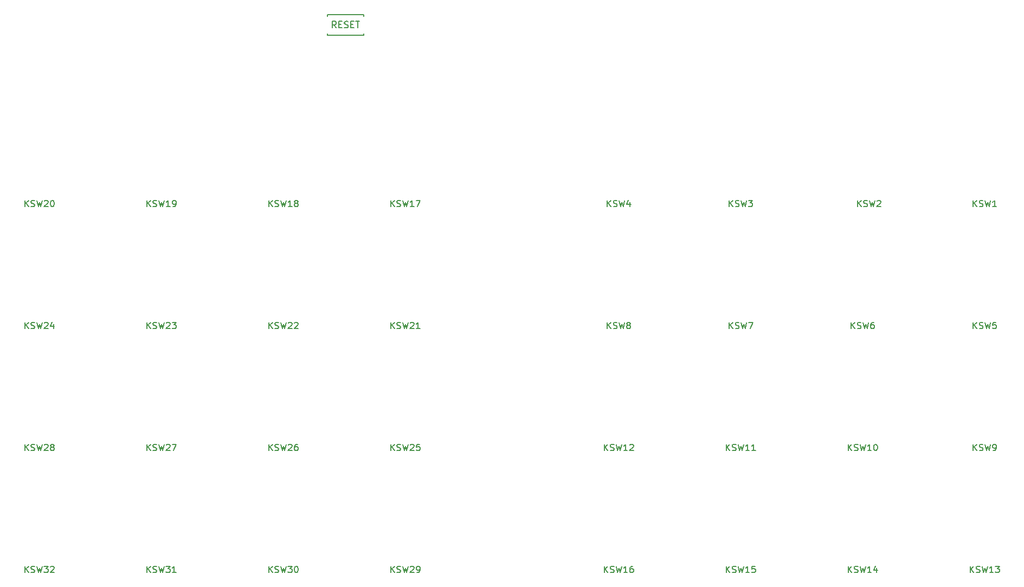
<source format=gbr>
%TF.GenerationSoftware,KiCad,Pcbnew,(6.0.1)*%
%TF.CreationDate,2022-06-19T08:49:54+09:00*%
%TF.ProjectId,yuiop32dm-main,7975696f-7033-4326-946d-2d6d61696e2e,1*%
%TF.SameCoordinates,Original*%
%TF.FileFunction,Legend,Top*%
%TF.FilePolarity,Positive*%
%FSLAX46Y46*%
G04 Gerber Fmt 4.6, Leading zero omitted, Abs format (unit mm)*
G04 Created by KiCad (PCBNEW (6.0.1)) date 2022-06-19 08:49:54*
%MOMM*%
%LPD*%
G01*
G04 APERTURE LIST*
%ADD10C,0.150000*%
G04 APERTURE END LIST*
D10*
%TO.C,KSW14*%
X202506845Y-120552380D02*
X202506845Y-119552380D01*
X203078273Y-120552380D02*
X202649702Y-119980952D01*
X203078273Y-119552380D02*
X202506845Y-120123809D01*
X203459226Y-120504761D02*
X203602083Y-120552380D01*
X203840178Y-120552380D01*
X203935416Y-120504761D01*
X203983035Y-120457142D01*
X204030654Y-120361904D01*
X204030654Y-120266666D01*
X203983035Y-120171428D01*
X203935416Y-120123809D01*
X203840178Y-120076190D01*
X203649702Y-120028571D01*
X203554464Y-119980952D01*
X203506845Y-119933333D01*
X203459226Y-119838095D01*
X203459226Y-119742857D01*
X203506845Y-119647619D01*
X203554464Y-119600000D01*
X203649702Y-119552380D01*
X203887797Y-119552380D01*
X204030654Y-119600000D01*
X204363988Y-119552380D02*
X204602083Y-120552380D01*
X204792559Y-119838095D01*
X204983035Y-120552380D01*
X205221130Y-119552380D01*
X206125892Y-120552380D02*
X205554464Y-120552380D01*
X205840178Y-120552380D02*
X205840178Y-119552380D01*
X205744940Y-119695238D01*
X205649702Y-119790476D01*
X205554464Y-119838095D01*
X206983035Y-119885714D02*
X206983035Y-120552380D01*
X206744940Y-119504761D02*
X206506845Y-120219047D01*
X207125892Y-120219047D01*
%TO.C,KSW8*%
X164883035Y-82452380D02*
X164883035Y-81452380D01*
X165454464Y-82452380D02*
X165025892Y-81880952D01*
X165454464Y-81452380D02*
X164883035Y-82023809D01*
X165835416Y-82404761D02*
X165978273Y-82452380D01*
X166216369Y-82452380D01*
X166311607Y-82404761D01*
X166359226Y-82357142D01*
X166406845Y-82261904D01*
X166406845Y-82166666D01*
X166359226Y-82071428D01*
X166311607Y-82023809D01*
X166216369Y-81976190D01*
X166025892Y-81928571D01*
X165930654Y-81880952D01*
X165883035Y-81833333D01*
X165835416Y-81738095D01*
X165835416Y-81642857D01*
X165883035Y-81547619D01*
X165930654Y-81500000D01*
X166025892Y-81452380D01*
X166263988Y-81452380D01*
X166406845Y-81500000D01*
X166740178Y-81452380D02*
X166978273Y-82452380D01*
X167168750Y-81738095D01*
X167359226Y-82452380D01*
X167597321Y-81452380D01*
X168121130Y-81880952D02*
X168025892Y-81833333D01*
X167978273Y-81785714D01*
X167930654Y-81690476D01*
X167930654Y-81642857D01*
X167978273Y-81547619D01*
X168025892Y-81500000D01*
X168121130Y-81452380D01*
X168311607Y-81452380D01*
X168406845Y-81500000D01*
X168454464Y-81547619D01*
X168502083Y-81642857D01*
X168502083Y-81690476D01*
X168454464Y-81785714D01*
X168406845Y-81833333D01*
X168311607Y-81880952D01*
X168121130Y-81880952D01*
X168025892Y-81928571D01*
X167978273Y-81976190D01*
X167930654Y-82071428D01*
X167930654Y-82261904D01*
X167978273Y-82357142D01*
X168025892Y-82404761D01*
X168121130Y-82452380D01*
X168311607Y-82452380D01*
X168406845Y-82404761D01*
X168454464Y-82357142D01*
X168502083Y-82261904D01*
X168502083Y-82071428D01*
X168454464Y-81976190D01*
X168406845Y-81928571D01*
X168311607Y-81880952D01*
%TO.C,KSW9*%
X222033035Y-101502380D02*
X222033035Y-100502380D01*
X222604464Y-101502380D02*
X222175892Y-100930952D01*
X222604464Y-100502380D02*
X222033035Y-101073809D01*
X222985416Y-101454761D02*
X223128273Y-101502380D01*
X223366369Y-101502380D01*
X223461607Y-101454761D01*
X223509226Y-101407142D01*
X223556845Y-101311904D01*
X223556845Y-101216666D01*
X223509226Y-101121428D01*
X223461607Y-101073809D01*
X223366369Y-101026190D01*
X223175892Y-100978571D01*
X223080654Y-100930952D01*
X223033035Y-100883333D01*
X222985416Y-100788095D01*
X222985416Y-100692857D01*
X223033035Y-100597619D01*
X223080654Y-100550000D01*
X223175892Y-100502380D01*
X223413988Y-100502380D01*
X223556845Y-100550000D01*
X223890178Y-100502380D02*
X224128273Y-101502380D01*
X224318750Y-100788095D01*
X224509226Y-101502380D01*
X224747321Y-100502380D01*
X225175892Y-101502380D02*
X225366369Y-101502380D01*
X225461607Y-101454761D01*
X225509226Y-101407142D01*
X225604464Y-101264285D01*
X225652083Y-101073809D01*
X225652083Y-100692857D01*
X225604464Y-100597619D01*
X225556845Y-100550000D01*
X225461607Y-100502380D01*
X225271130Y-100502380D01*
X225175892Y-100550000D01*
X225128273Y-100597619D01*
X225080654Y-100692857D01*
X225080654Y-100930952D01*
X225128273Y-101026190D01*
X225175892Y-101073809D01*
X225271130Y-101121428D01*
X225461607Y-101121428D01*
X225556845Y-101073809D01*
X225604464Y-101026190D01*
X225652083Y-100930952D01*
%TO.C,KSW5*%
X222033035Y-82452380D02*
X222033035Y-81452380D01*
X222604464Y-82452380D02*
X222175892Y-81880952D01*
X222604464Y-81452380D02*
X222033035Y-82023809D01*
X222985416Y-82404761D02*
X223128273Y-82452380D01*
X223366369Y-82452380D01*
X223461607Y-82404761D01*
X223509226Y-82357142D01*
X223556845Y-82261904D01*
X223556845Y-82166666D01*
X223509226Y-82071428D01*
X223461607Y-82023809D01*
X223366369Y-81976190D01*
X223175892Y-81928571D01*
X223080654Y-81880952D01*
X223033035Y-81833333D01*
X222985416Y-81738095D01*
X222985416Y-81642857D01*
X223033035Y-81547619D01*
X223080654Y-81500000D01*
X223175892Y-81452380D01*
X223413988Y-81452380D01*
X223556845Y-81500000D01*
X223890178Y-81452380D02*
X224128273Y-82452380D01*
X224318750Y-81738095D01*
X224509226Y-82452380D01*
X224747321Y-81452380D01*
X225604464Y-81452380D02*
X225128273Y-81452380D01*
X225080654Y-81928571D01*
X225128273Y-81880952D01*
X225223511Y-81833333D01*
X225461607Y-81833333D01*
X225556845Y-81880952D01*
X225604464Y-81928571D01*
X225652083Y-82023809D01*
X225652083Y-82261904D01*
X225604464Y-82357142D01*
X225556845Y-82404761D01*
X225461607Y-82452380D01*
X225223511Y-82452380D01*
X225128273Y-82404761D01*
X225080654Y-82357142D01*
%TO.C,RSW1*%
X122547619Y-35452380D02*
X122214285Y-34976190D01*
X121976190Y-35452380D02*
X121976190Y-34452380D01*
X122357142Y-34452380D01*
X122452380Y-34500000D01*
X122500000Y-34547619D01*
X122547619Y-34642857D01*
X122547619Y-34785714D01*
X122500000Y-34880952D01*
X122452380Y-34928571D01*
X122357142Y-34976190D01*
X121976190Y-34976190D01*
X122976190Y-34928571D02*
X123309523Y-34928571D01*
X123452380Y-35452380D02*
X122976190Y-35452380D01*
X122976190Y-34452380D01*
X123452380Y-34452380D01*
X123833333Y-35404761D02*
X123976190Y-35452380D01*
X124214285Y-35452380D01*
X124309523Y-35404761D01*
X124357142Y-35357142D01*
X124404761Y-35261904D01*
X124404761Y-35166666D01*
X124357142Y-35071428D01*
X124309523Y-35023809D01*
X124214285Y-34976190D01*
X124023809Y-34928571D01*
X123928571Y-34880952D01*
X123880952Y-34833333D01*
X123833333Y-34738095D01*
X123833333Y-34642857D01*
X123880952Y-34547619D01*
X123928571Y-34500000D01*
X124023809Y-34452380D01*
X124261904Y-34452380D01*
X124404761Y-34500000D01*
X124833333Y-34928571D02*
X125166666Y-34928571D01*
X125309523Y-35452380D02*
X124833333Y-35452380D01*
X124833333Y-34452380D01*
X125309523Y-34452380D01*
X125595238Y-34452380D02*
X126166666Y-34452380D01*
X125880952Y-35452380D02*
X125880952Y-34452380D01*
%TO.C,KSW3*%
X183933035Y-63402380D02*
X183933035Y-62402380D01*
X184504464Y-63402380D02*
X184075892Y-62830952D01*
X184504464Y-62402380D02*
X183933035Y-62973809D01*
X184885416Y-63354761D02*
X185028273Y-63402380D01*
X185266369Y-63402380D01*
X185361607Y-63354761D01*
X185409226Y-63307142D01*
X185456845Y-63211904D01*
X185456845Y-63116666D01*
X185409226Y-63021428D01*
X185361607Y-62973809D01*
X185266369Y-62926190D01*
X185075892Y-62878571D01*
X184980654Y-62830952D01*
X184933035Y-62783333D01*
X184885416Y-62688095D01*
X184885416Y-62592857D01*
X184933035Y-62497619D01*
X184980654Y-62450000D01*
X185075892Y-62402380D01*
X185313988Y-62402380D01*
X185456845Y-62450000D01*
X185790178Y-62402380D02*
X186028273Y-63402380D01*
X186218750Y-62688095D01*
X186409226Y-63402380D01*
X186647321Y-62402380D01*
X186933035Y-62402380D02*
X187552083Y-62402380D01*
X187218750Y-62783333D01*
X187361607Y-62783333D01*
X187456845Y-62830952D01*
X187504464Y-62878571D01*
X187552083Y-62973809D01*
X187552083Y-63211904D01*
X187504464Y-63307142D01*
X187456845Y-63354761D01*
X187361607Y-63402380D01*
X187075892Y-63402380D01*
X186980654Y-63354761D01*
X186933035Y-63307142D01*
%TO.C,KSW26*%
X112019345Y-101502380D02*
X112019345Y-100502380D01*
X112590773Y-101502380D02*
X112162202Y-100930952D01*
X112590773Y-100502380D02*
X112019345Y-101073809D01*
X112971726Y-101454761D02*
X113114583Y-101502380D01*
X113352678Y-101502380D01*
X113447916Y-101454761D01*
X113495535Y-101407142D01*
X113543154Y-101311904D01*
X113543154Y-101216666D01*
X113495535Y-101121428D01*
X113447916Y-101073809D01*
X113352678Y-101026190D01*
X113162202Y-100978571D01*
X113066964Y-100930952D01*
X113019345Y-100883333D01*
X112971726Y-100788095D01*
X112971726Y-100692857D01*
X113019345Y-100597619D01*
X113066964Y-100550000D01*
X113162202Y-100502380D01*
X113400297Y-100502380D01*
X113543154Y-100550000D01*
X113876488Y-100502380D02*
X114114583Y-101502380D01*
X114305059Y-100788095D01*
X114495535Y-101502380D01*
X114733630Y-100502380D01*
X115066964Y-100597619D02*
X115114583Y-100550000D01*
X115209821Y-100502380D01*
X115447916Y-100502380D01*
X115543154Y-100550000D01*
X115590773Y-100597619D01*
X115638392Y-100692857D01*
X115638392Y-100788095D01*
X115590773Y-100930952D01*
X115019345Y-101502380D01*
X115638392Y-101502380D01*
X116495535Y-100502380D02*
X116305059Y-100502380D01*
X116209821Y-100550000D01*
X116162202Y-100597619D01*
X116066964Y-100740476D01*
X116019345Y-100930952D01*
X116019345Y-101311904D01*
X116066964Y-101407142D01*
X116114583Y-101454761D01*
X116209821Y-101502380D01*
X116400297Y-101502380D01*
X116495535Y-101454761D01*
X116543154Y-101407142D01*
X116590773Y-101311904D01*
X116590773Y-101073809D01*
X116543154Y-100978571D01*
X116495535Y-100930952D01*
X116400297Y-100883333D01*
X116209821Y-100883333D01*
X116114583Y-100930952D01*
X116066964Y-100978571D01*
X116019345Y-101073809D01*
%TO.C,KSW24*%
X73919345Y-82452380D02*
X73919345Y-81452380D01*
X74490773Y-82452380D02*
X74062202Y-81880952D01*
X74490773Y-81452380D02*
X73919345Y-82023809D01*
X74871726Y-82404761D02*
X75014583Y-82452380D01*
X75252678Y-82452380D01*
X75347916Y-82404761D01*
X75395535Y-82357142D01*
X75443154Y-82261904D01*
X75443154Y-82166666D01*
X75395535Y-82071428D01*
X75347916Y-82023809D01*
X75252678Y-81976190D01*
X75062202Y-81928571D01*
X74966964Y-81880952D01*
X74919345Y-81833333D01*
X74871726Y-81738095D01*
X74871726Y-81642857D01*
X74919345Y-81547619D01*
X74966964Y-81500000D01*
X75062202Y-81452380D01*
X75300297Y-81452380D01*
X75443154Y-81500000D01*
X75776488Y-81452380D02*
X76014583Y-82452380D01*
X76205059Y-81738095D01*
X76395535Y-82452380D01*
X76633630Y-81452380D01*
X76966964Y-81547619D02*
X77014583Y-81500000D01*
X77109821Y-81452380D01*
X77347916Y-81452380D01*
X77443154Y-81500000D01*
X77490773Y-81547619D01*
X77538392Y-81642857D01*
X77538392Y-81738095D01*
X77490773Y-81880952D01*
X76919345Y-82452380D01*
X77538392Y-82452380D01*
X78395535Y-81785714D02*
X78395535Y-82452380D01*
X78157440Y-81404761D02*
X77919345Y-82119047D01*
X78538392Y-82119047D01*
%TO.C,KSW15*%
X183456845Y-120552380D02*
X183456845Y-119552380D01*
X184028273Y-120552380D02*
X183599702Y-119980952D01*
X184028273Y-119552380D02*
X183456845Y-120123809D01*
X184409226Y-120504761D02*
X184552083Y-120552380D01*
X184790178Y-120552380D01*
X184885416Y-120504761D01*
X184933035Y-120457142D01*
X184980654Y-120361904D01*
X184980654Y-120266666D01*
X184933035Y-120171428D01*
X184885416Y-120123809D01*
X184790178Y-120076190D01*
X184599702Y-120028571D01*
X184504464Y-119980952D01*
X184456845Y-119933333D01*
X184409226Y-119838095D01*
X184409226Y-119742857D01*
X184456845Y-119647619D01*
X184504464Y-119600000D01*
X184599702Y-119552380D01*
X184837797Y-119552380D01*
X184980654Y-119600000D01*
X185313988Y-119552380D02*
X185552083Y-120552380D01*
X185742559Y-119838095D01*
X185933035Y-120552380D01*
X186171130Y-119552380D01*
X187075892Y-120552380D02*
X186504464Y-120552380D01*
X186790178Y-120552380D02*
X186790178Y-119552380D01*
X186694940Y-119695238D01*
X186599702Y-119790476D01*
X186504464Y-119838095D01*
X187980654Y-119552380D02*
X187504464Y-119552380D01*
X187456845Y-120028571D01*
X187504464Y-119980952D01*
X187599702Y-119933333D01*
X187837797Y-119933333D01*
X187933035Y-119980952D01*
X187980654Y-120028571D01*
X188028273Y-120123809D01*
X188028273Y-120361904D01*
X187980654Y-120457142D01*
X187933035Y-120504761D01*
X187837797Y-120552380D01*
X187599702Y-120552380D01*
X187504464Y-120504761D01*
X187456845Y-120457142D01*
%TO.C,KSW29*%
X131069345Y-120552380D02*
X131069345Y-119552380D01*
X131640773Y-120552380D02*
X131212202Y-119980952D01*
X131640773Y-119552380D02*
X131069345Y-120123809D01*
X132021726Y-120504761D02*
X132164583Y-120552380D01*
X132402678Y-120552380D01*
X132497916Y-120504761D01*
X132545535Y-120457142D01*
X132593154Y-120361904D01*
X132593154Y-120266666D01*
X132545535Y-120171428D01*
X132497916Y-120123809D01*
X132402678Y-120076190D01*
X132212202Y-120028571D01*
X132116964Y-119980952D01*
X132069345Y-119933333D01*
X132021726Y-119838095D01*
X132021726Y-119742857D01*
X132069345Y-119647619D01*
X132116964Y-119600000D01*
X132212202Y-119552380D01*
X132450297Y-119552380D01*
X132593154Y-119600000D01*
X132926488Y-119552380D02*
X133164583Y-120552380D01*
X133355059Y-119838095D01*
X133545535Y-120552380D01*
X133783630Y-119552380D01*
X134116964Y-119647619D02*
X134164583Y-119600000D01*
X134259821Y-119552380D01*
X134497916Y-119552380D01*
X134593154Y-119600000D01*
X134640773Y-119647619D01*
X134688392Y-119742857D01*
X134688392Y-119838095D01*
X134640773Y-119980952D01*
X134069345Y-120552380D01*
X134688392Y-120552380D01*
X135164583Y-120552380D02*
X135355059Y-120552380D01*
X135450297Y-120504761D01*
X135497916Y-120457142D01*
X135593154Y-120314285D01*
X135640773Y-120123809D01*
X135640773Y-119742857D01*
X135593154Y-119647619D01*
X135545535Y-119600000D01*
X135450297Y-119552380D01*
X135259821Y-119552380D01*
X135164583Y-119600000D01*
X135116964Y-119647619D01*
X135069345Y-119742857D01*
X135069345Y-119980952D01*
X135116964Y-120076190D01*
X135164583Y-120123809D01*
X135259821Y-120171428D01*
X135450297Y-120171428D01*
X135545535Y-120123809D01*
X135593154Y-120076190D01*
X135640773Y-119980952D01*
%TO.C,KSW23*%
X92969345Y-82452380D02*
X92969345Y-81452380D01*
X93540773Y-82452380D02*
X93112202Y-81880952D01*
X93540773Y-81452380D02*
X92969345Y-82023809D01*
X93921726Y-82404761D02*
X94064583Y-82452380D01*
X94302678Y-82452380D01*
X94397916Y-82404761D01*
X94445535Y-82357142D01*
X94493154Y-82261904D01*
X94493154Y-82166666D01*
X94445535Y-82071428D01*
X94397916Y-82023809D01*
X94302678Y-81976190D01*
X94112202Y-81928571D01*
X94016964Y-81880952D01*
X93969345Y-81833333D01*
X93921726Y-81738095D01*
X93921726Y-81642857D01*
X93969345Y-81547619D01*
X94016964Y-81500000D01*
X94112202Y-81452380D01*
X94350297Y-81452380D01*
X94493154Y-81500000D01*
X94826488Y-81452380D02*
X95064583Y-82452380D01*
X95255059Y-81738095D01*
X95445535Y-82452380D01*
X95683630Y-81452380D01*
X96016964Y-81547619D02*
X96064583Y-81500000D01*
X96159821Y-81452380D01*
X96397916Y-81452380D01*
X96493154Y-81500000D01*
X96540773Y-81547619D01*
X96588392Y-81642857D01*
X96588392Y-81738095D01*
X96540773Y-81880952D01*
X95969345Y-82452380D01*
X96588392Y-82452380D01*
X96921726Y-81452380D02*
X97540773Y-81452380D01*
X97207440Y-81833333D01*
X97350297Y-81833333D01*
X97445535Y-81880952D01*
X97493154Y-81928571D01*
X97540773Y-82023809D01*
X97540773Y-82261904D01*
X97493154Y-82357142D01*
X97445535Y-82404761D01*
X97350297Y-82452380D01*
X97064583Y-82452380D01*
X96969345Y-82404761D01*
X96921726Y-82357142D01*
%TO.C,KSW21*%
X131069345Y-82452380D02*
X131069345Y-81452380D01*
X131640773Y-82452380D02*
X131212202Y-81880952D01*
X131640773Y-81452380D02*
X131069345Y-82023809D01*
X132021726Y-82404761D02*
X132164583Y-82452380D01*
X132402678Y-82452380D01*
X132497916Y-82404761D01*
X132545535Y-82357142D01*
X132593154Y-82261904D01*
X132593154Y-82166666D01*
X132545535Y-82071428D01*
X132497916Y-82023809D01*
X132402678Y-81976190D01*
X132212202Y-81928571D01*
X132116964Y-81880952D01*
X132069345Y-81833333D01*
X132021726Y-81738095D01*
X132021726Y-81642857D01*
X132069345Y-81547619D01*
X132116964Y-81500000D01*
X132212202Y-81452380D01*
X132450297Y-81452380D01*
X132593154Y-81500000D01*
X132926488Y-81452380D02*
X133164583Y-82452380D01*
X133355059Y-81738095D01*
X133545535Y-82452380D01*
X133783630Y-81452380D01*
X134116964Y-81547619D02*
X134164583Y-81500000D01*
X134259821Y-81452380D01*
X134497916Y-81452380D01*
X134593154Y-81500000D01*
X134640773Y-81547619D01*
X134688392Y-81642857D01*
X134688392Y-81738095D01*
X134640773Y-81880952D01*
X134069345Y-82452380D01*
X134688392Y-82452380D01*
X135640773Y-82452380D02*
X135069345Y-82452380D01*
X135355059Y-82452380D02*
X135355059Y-81452380D01*
X135259821Y-81595238D01*
X135164583Y-81690476D01*
X135069345Y-81738095D01*
%TO.C,KSW19*%
X92969345Y-63402380D02*
X92969345Y-62402380D01*
X93540773Y-63402380D02*
X93112202Y-62830952D01*
X93540773Y-62402380D02*
X92969345Y-62973809D01*
X93921726Y-63354761D02*
X94064583Y-63402380D01*
X94302678Y-63402380D01*
X94397916Y-63354761D01*
X94445535Y-63307142D01*
X94493154Y-63211904D01*
X94493154Y-63116666D01*
X94445535Y-63021428D01*
X94397916Y-62973809D01*
X94302678Y-62926190D01*
X94112202Y-62878571D01*
X94016964Y-62830952D01*
X93969345Y-62783333D01*
X93921726Y-62688095D01*
X93921726Y-62592857D01*
X93969345Y-62497619D01*
X94016964Y-62450000D01*
X94112202Y-62402380D01*
X94350297Y-62402380D01*
X94493154Y-62450000D01*
X94826488Y-62402380D02*
X95064583Y-63402380D01*
X95255059Y-62688095D01*
X95445535Y-63402380D01*
X95683630Y-62402380D01*
X96588392Y-63402380D02*
X96016964Y-63402380D01*
X96302678Y-63402380D02*
X96302678Y-62402380D01*
X96207440Y-62545238D01*
X96112202Y-62640476D01*
X96016964Y-62688095D01*
X97064583Y-63402380D02*
X97255059Y-63402380D01*
X97350297Y-63354761D01*
X97397916Y-63307142D01*
X97493154Y-63164285D01*
X97540773Y-62973809D01*
X97540773Y-62592857D01*
X97493154Y-62497619D01*
X97445535Y-62450000D01*
X97350297Y-62402380D01*
X97159821Y-62402380D01*
X97064583Y-62450000D01*
X97016964Y-62497619D01*
X96969345Y-62592857D01*
X96969345Y-62830952D01*
X97016964Y-62926190D01*
X97064583Y-62973809D01*
X97159821Y-63021428D01*
X97350297Y-63021428D01*
X97445535Y-62973809D01*
X97493154Y-62926190D01*
X97540773Y-62830952D01*
%TO.C,KSW30*%
X112019345Y-120552380D02*
X112019345Y-119552380D01*
X112590773Y-120552380D02*
X112162202Y-119980952D01*
X112590773Y-119552380D02*
X112019345Y-120123809D01*
X112971726Y-120504761D02*
X113114583Y-120552380D01*
X113352678Y-120552380D01*
X113447916Y-120504761D01*
X113495535Y-120457142D01*
X113543154Y-120361904D01*
X113543154Y-120266666D01*
X113495535Y-120171428D01*
X113447916Y-120123809D01*
X113352678Y-120076190D01*
X113162202Y-120028571D01*
X113066964Y-119980952D01*
X113019345Y-119933333D01*
X112971726Y-119838095D01*
X112971726Y-119742857D01*
X113019345Y-119647619D01*
X113066964Y-119600000D01*
X113162202Y-119552380D01*
X113400297Y-119552380D01*
X113543154Y-119600000D01*
X113876488Y-119552380D02*
X114114583Y-120552380D01*
X114305059Y-119838095D01*
X114495535Y-120552380D01*
X114733630Y-119552380D01*
X115019345Y-119552380D02*
X115638392Y-119552380D01*
X115305059Y-119933333D01*
X115447916Y-119933333D01*
X115543154Y-119980952D01*
X115590773Y-120028571D01*
X115638392Y-120123809D01*
X115638392Y-120361904D01*
X115590773Y-120457142D01*
X115543154Y-120504761D01*
X115447916Y-120552380D01*
X115162202Y-120552380D01*
X115066964Y-120504761D01*
X115019345Y-120457142D01*
X116257440Y-119552380D02*
X116352678Y-119552380D01*
X116447916Y-119600000D01*
X116495535Y-119647619D01*
X116543154Y-119742857D01*
X116590773Y-119933333D01*
X116590773Y-120171428D01*
X116543154Y-120361904D01*
X116495535Y-120457142D01*
X116447916Y-120504761D01*
X116352678Y-120552380D01*
X116257440Y-120552380D01*
X116162202Y-120504761D01*
X116114583Y-120457142D01*
X116066964Y-120361904D01*
X116019345Y-120171428D01*
X116019345Y-119933333D01*
X116066964Y-119742857D01*
X116114583Y-119647619D01*
X116162202Y-119600000D01*
X116257440Y-119552380D01*
%TO.C,KSW20*%
X73919345Y-63402380D02*
X73919345Y-62402380D01*
X74490773Y-63402380D02*
X74062202Y-62830952D01*
X74490773Y-62402380D02*
X73919345Y-62973809D01*
X74871726Y-63354761D02*
X75014583Y-63402380D01*
X75252678Y-63402380D01*
X75347916Y-63354761D01*
X75395535Y-63307142D01*
X75443154Y-63211904D01*
X75443154Y-63116666D01*
X75395535Y-63021428D01*
X75347916Y-62973809D01*
X75252678Y-62926190D01*
X75062202Y-62878571D01*
X74966964Y-62830952D01*
X74919345Y-62783333D01*
X74871726Y-62688095D01*
X74871726Y-62592857D01*
X74919345Y-62497619D01*
X74966964Y-62450000D01*
X75062202Y-62402380D01*
X75300297Y-62402380D01*
X75443154Y-62450000D01*
X75776488Y-62402380D02*
X76014583Y-63402380D01*
X76205059Y-62688095D01*
X76395535Y-63402380D01*
X76633630Y-62402380D01*
X76966964Y-62497619D02*
X77014583Y-62450000D01*
X77109821Y-62402380D01*
X77347916Y-62402380D01*
X77443154Y-62450000D01*
X77490773Y-62497619D01*
X77538392Y-62592857D01*
X77538392Y-62688095D01*
X77490773Y-62830952D01*
X76919345Y-63402380D01*
X77538392Y-63402380D01*
X78157440Y-62402380D02*
X78252678Y-62402380D01*
X78347916Y-62450000D01*
X78395535Y-62497619D01*
X78443154Y-62592857D01*
X78490773Y-62783333D01*
X78490773Y-63021428D01*
X78443154Y-63211904D01*
X78395535Y-63307142D01*
X78347916Y-63354761D01*
X78252678Y-63402380D01*
X78157440Y-63402380D01*
X78062202Y-63354761D01*
X78014583Y-63307142D01*
X77966964Y-63211904D01*
X77919345Y-63021428D01*
X77919345Y-62783333D01*
X77966964Y-62592857D01*
X78014583Y-62497619D01*
X78062202Y-62450000D01*
X78157440Y-62402380D01*
%TO.C,KSW10*%
X202506845Y-101502380D02*
X202506845Y-100502380D01*
X203078273Y-101502380D02*
X202649702Y-100930952D01*
X203078273Y-100502380D02*
X202506845Y-101073809D01*
X203459226Y-101454761D02*
X203602083Y-101502380D01*
X203840178Y-101502380D01*
X203935416Y-101454761D01*
X203983035Y-101407142D01*
X204030654Y-101311904D01*
X204030654Y-101216666D01*
X203983035Y-101121428D01*
X203935416Y-101073809D01*
X203840178Y-101026190D01*
X203649702Y-100978571D01*
X203554464Y-100930952D01*
X203506845Y-100883333D01*
X203459226Y-100788095D01*
X203459226Y-100692857D01*
X203506845Y-100597619D01*
X203554464Y-100550000D01*
X203649702Y-100502380D01*
X203887797Y-100502380D01*
X204030654Y-100550000D01*
X204363988Y-100502380D02*
X204602083Y-101502380D01*
X204792559Y-100788095D01*
X204983035Y-101502380D01*
X205221130Y-100502380D01*
X206125892Y-101502380D02*
X205554464Y-101502380D01*
X205840178Y-101502380D02*
X205840178Y-100502380D01*
X205744940Y-100645238D01*
X205649702Y-100740476D01*
X205554464Y-100788095D01*
X206744940Y-100502380D02*
X206840178Y-100502380D01*
X206935416Y-100550000D01*
X206983035Y-100597619D01*
X207030654Y-100692857D01*
X207078273Y-100883333D01*
X207078273Y-101121428D01*
X207030654Y-101311904D01*
X206983035Y-101407142D01*
X206935416Y-101454761D01*
X206840178Y-101502380D01*
X206744940Y-101502380D01*
X206649702Y-101454761D01*
X206602083Y-101407142D01*
X206554464Y-101311904D01*
X206506845Y-101121428D01*
X206506845Y-100883333D01*
X206554464Y-100692857D01*
X206602083Y-100597619D01*
X206649702Y-100550000D01*
X206744940Y-100502380D01*
%TO.C,KSW7*%
X183933035Y-82452380D02*
X183933035Y-81452380D01*
X184504464Y-82452380D02*
X184075892Y-81880952D01*
X184504464Y-81452380D02*
X183933035Y-82023809D01*
X184885416Y-82404761D02*
X185028273Y-82452380D01*
X185266369Y-82452380D01*
X185361607Y-82404761D01*
X185409226Y-82357142D01*
X185456845Y-82261904D01*
X185456845Y-82166666D01*
X185409226Y-82071428D01*
X185361607Y-82023809D01*
X185266369Y-81976190D01*
X185075892Y-81928571D01*
X184980654Y-81880952D01*
X184933035Y-81833333D01*
X184885416Y-81738095D01*
X184885416Y-81642857D01*
X184933035Y-81547619D01*
X184980654Y-81500000D01*
X185075892Y-81452380D01*
X185313988Y-81452380D01*
X185456845Y-81500000D01*
X185790178Y-81452380D02*
X186028273Y-82452380D01*
X186218750Y-81738095D01*
X186409226Y-82452380D01*
X186647321Y-81452380D01*
X186933035Y-81452380D02*
X187599702Y-81452380D01*
X187171130Y-82452380D01*
%TO.C,KSW13*%
X221556845Y-120552380D02*
X221556845Y-119552380D01*
X222128273Y-120552380D02*
X221699702Y-119980952D01*
X222128273Y-119552380D02*
X221556845Y-120123809D01*
X222509226Y-120504761D02*
X222652083Y-120552380D01*
X222890178Y-120552380D01*
X222985416Y-120504761D01*
X223033035Y-120457142D01*
X223080654Y-120361904D01*
X223080654Y-120266666D01*
X223033035Y-120171428D01*
X222985416Y-120123809D01*
X222890178Y-120076190D01*
X222699702Y-120028571D01*
X222604464Y-119980952D01*
X222556845Y-119933333D01*
X222509226Y-119838095D01*
X222509226Y-119742857D01*
X222556845Y-119647619D01*
X222604464Y-119600000D01*
X222699702Y-119552380D01*
X222937797Y-119552380D01*
X223080654Y-119600000D01*
X223413988Y-119552380D02*
X223652083Y-120552380D01*
X223842559Y-119838095D01*
X224033035Y-120552380D01*
X224271130Y-119552380D01*
X225175892Y-120552380D02*
X224604464Y-120552380D01*
X224890178Y-120552380D02*
X224890178Y-119552380D01*
X224794940Y-119695238D01*
X224699702Y-119790476D01*
X224604464Y-119838095D01*
X225509226Y-119552380D02*
X226128273Y-119552380D01*
X225794940Y-119933333D01*
X225937797Y-119933333D01*
X226033035Y-119980952D01*
X226080654Y-120028571D01*
X226128273Y-120123809D01*
X226128273Y-120361904D01*
X226080654Y-120457142D01*
X226033035Y-120504761D01*
X225937797Y-120552380D01*
X225652083Y-120552380D01*
X225556845Y-120504761D01*
X225509226Y-120457142D01*
%TO.C,KSW18*%
X112019345Y-63402380D02*
X112019345Y-62402380D01*
X112590773Y-63402380D02*
X112162202Y-62830952D01*
X112590773Y-62402380D02*
X112019345Y-62973809D01*
X112971726Y-63354761D02*
X113114583Y-63402380D01*
X113352678Y-63402380D01*
X113447916Y-63354761D01*
X113495535Y-63307142D01*
X113543154Y-63211904D01*
X113543154Y-63116666D01*
X113495535Y-63021428D01*
X113447916Y-62973809D01*
X113352678Y-62926190D01*
X113162202Y-62878571D01*
X113066964Y-62830952D01*
X113019345Y-62783333D01*
X112971726Y-62688095D01*
X112971726Y-62592857D01*
X113019345Y-62497619D01*
X113066964Y-62450000D01*
X113162202Y-62402380D01*
X113400297Y-62402380D01*
X113543154Y-62450000D01*
X113876488Y-62402380D02*
X114114583Y-63402380D01*
X114305059Y-62688095D01*
X114495535Y-63402380D01*
X114733630Y-62402380D01*
X115638392Y-63402380D02*
X115066964Y-63402380D01*
X115352678Y-63402380D02*
X115352678Y-62402380D01*
X115257440Y-62545238D01*
X115162202Y-62640476D01*
X115066964Y-62688095D01*
X116209821Y-62830952D02*
X116114583Y-62783333D01*
X116066964Y-62735714D01*
X116019345Y-62640476D01*
X116019345Y-62592857D01*
X116066964Y-62497619D01*
X116114583Y-62450000D01*
X116209821Y-62402380D01*
X116400297Y-62402380D01*
X116495535Y-62450000D01*
X116543154Y-62497619D01*
X116590773Y-62592857D01*
X116590773Y-62640476D01*
X116543154Y-62735714D01*
X116495535Y-62783333D01*
X116400297Y-62830952D01*
X116209821Y-62830952D01*
X116114583Y-62878571D01*
X116066964Y-62926190D01*
X116019345Y-63021428D01*
X116019345Y-63211904D01*
X116066964Y-63307142D01*
X116114583Y-63354761D01*
X116209821Y-63402380D01*
X116400297Y-63402380D01*
X116495535Y-63354761D01*
X116543154Y-63307142D01*
X116590773Y-63211904D01*
X116590773Y-63021428D01*
X116543154Y-62926190D01*
X116495535Y-62878571D01*
X116400297Y-62830952D01*
%TO.C,KSW1*%
X222033035Y-63402380D02*
X222033035Y-62402380D01*
X222604464Y-63402380D02*
X222175892Y-62830952D01*
X222604464Y-62402380D02*
X222033035Y-62973809D01*
X222985416Y-63354761D02*
X223128273Y-63402380D01*
X223366369Y-63402380D01*
X223461607Y-63354761D01*
X223509226Y-63307142D01*
X223556845Y-63211904D01*
X223556845Y-63116666D01*
X223509226Y-63021428D01*
X223461607Y-62973809D01*
X223366369Y-62926190D01*
X223175892Y-62878571D01*
X223080654Y-62830952D01*
X223033035Y-62783333D01*
X222985416Y-62688095D01*
X222985416Y-62592857D01*
X223033035Y-62497619D01*
X223080654Y-62450000D01*
X223175892Y-62402380D01*
X223413988Y-62402380D01*
X223556845Y-62450000D01*
X223890178Y-62402380D02*
X224128273Y-63402380D01*
X224318750Y-62688095D01*
X224509226Y-63402380D01*
X224747321Y-62402380D01*
X225652083Y-63402380D02*
X225080654Y-63402380D01*
X225366369Y-63402380D02*
X225366369Y-62402380D01*
X225271130Y-62545238D01*
X225175892Y-62640476D01*
X225080654Y-62688095D01*
%TO.C,KSW4*%
X164883035Y-63402380D02*
X164883035Y-62402380D01*
X165454464Y-63402380D02*
X165025892Y-62830952D01*
X165454464Y-62402380D02*
X164883035Y-62973809D01*
X165835416Y-63354761D02*
X165978273Y-63402380D01*
X166216369Y-63402380D01*
X166311607Y-63354761D01*
X166359226Y-63307142D01*
X166406845Y-63211904D01*
X166406845Y-63116666D01*
X166359226Y-63021428D01*
X166311607Y-62973809D01*
X166216369Y-62926190D01*
X166025892Y-62878571D01*
X165930654Y-62830952D01*
X165883035Y-62783333D01*
X165835416Y-62688095D01*
X165835416Y-62592857D01*
X165883035Y-62497619D01*
X165930654Y-62450000D01*
X166025892Y-62402380D01*
X166263988Y-62402380D01*
X166406845Y-62450000D01*
X166740178Y-62402380D02*
X166978273Y-63402380D01*
X167168750Y-62688095D01*
X167359226Y-63402380D01*
X167597321Y-62402380D01*
X168406845Y-62735714D02*
X168406845Y-63402380D01*
X168168750Y-62354761D02*
X167930654Y-63069047D01*
X168549702Y-63069047D01*
%TO.C,KSW32*%
X73919345Y-120552380D02*
X73919345Y-119552380D01*
X74490773Y-120552380D02*
X74062202Y-119980952D01*
X74490773Y-119552380D02*
X73919345Y-120123809D01*
X74871726Y-120504761D02*
X75014583Y-120552380D01*
X75252678Y-120552380D01*
X75347916Y-120504761D01*
X75395535Y-120457142D01*
X75443154Y-120361904D01*
X75443154Y-120266666D01*
X75395535Y-120171428D01*
X75347916Y-120123809D01*
X75252678Y-120076190D01*
X75062202Y-120028571D01*
X74966964Y-119980952D01*
X74919345Y-119933333D01*
X74871726Y-119838095D01*
X74871726Y-119742857D01*
X74919345Y-119647619D01*
X74966964Y-119600000D01*
X75062202Y-119552380D01*
X75300297Y-119552380D01*
X75443154Y-119600000D01*
X75776488Y-119552380D02*
X76014583Y-120552380D01*
X76205059Y-119838095D01*
X76395535Y-120552380D01*
X76633630Y-119552380D01*
X76919345Y-119552380D02*
X77538392Y-119552380D01*
X77205059Y-119933333D01*
X77347916Y-119933333D01*
X77443154Y-119980952D01*
X77490773Y-120028571D01*
X77538392Y-120123809D01*
X77538392Y-120361904D01*
X77490773Y-120457142D01*
X77443154Y-120504761D01*
X77347916Y-120552380D01*
X77062202Y-120552380D01*
X76966964Y-120504761D01*
X76919345Y-120457142D01*
X77919345Y-119647619D02*
X77966964Y-119600000D01*
X78062202Y-119552380D01*
X78300297Y-119552380D01*
X78395535Y-119600000D01*
X78443154Y-119647619D01*
X78490773Y-119742857D01*
X78490773Y-119838095D01*
X78443154Y-119980952D01*
X77871726Y-120552380D01*
X78490773Y-120552380D01*
%TO.C,KSW31*%
X92969345Y-120552380D02*
X92969345Y-119552380D01*
X93540773Y-120552380D02*
X93112202Y-119980952D01*
X93540773Y-119552380D02*
X92969345Y-120123809D01*
X93921726Y-120504761D02*
X94064583Y-120552380D01*
X94302678Y-120552380D01*
X94397916Y-120504761D01*
X94445535Y-120457142D01*
X94493154Y-120361904D01*
X94493154Y-120266666D01*
X94445535Y-120171428D01*
X94397916Y-120123809D01*
X94302678Y-120076190D01*
X94112202Y-120028571D01*
X94016964Y-119980952D01*
X93969345Y-119933333D01*
X93921726Y-119838095D01*
X93921726Y-119742857D01*
X93969345Y-119647619D01*
X94016964Y-119600000D01*
X94112202Y-119552380D01*
X94350297Y-119552380D01*
X94493154Y-119600000D01*
X94826488Y-119552380D02*
X95064583Y-120552380D01*
X95255059Y-119838095D01*
X95445535Y-120552380D01*
X95683630Y-119552380D01*
X95969345Y-119552380D02*
X96588392Y-119552380D01*
X96255059Y-119933333D01*
X96397916Y-119933333D01*
X96493154Y-119980952D01*
X96540773Y-120028571D01*
X96588392Y-120123809D01*
X96588392Y-120361904D01*
X96540773Y-120457142D01*
X96493154Y-120504761D01*
X96397916Y-120552380D01*
X96112202Y-120552380D01*
X96016964Y-120504761D01*
X95969345Y-120457142D01*
X97540773Y-120552380D02*
X96969345Y-120552380D01*
X97255059Y-120552380D02*
X97255059Y-119552380D01*
X97159821Y-119695238D01*
X97064583Y-119790476D01*
X96969345Y-119838095D01*
%TO.C,KSW11*%
X183456845Y-101502380D02*
X183456845Y-100502380D01*
X184028273Y-101502380D02*
X183599702Y-100930952D01*
X184028273Y-100502380D02*
X183456845Y-101073809D01*
X184409226Y-101454761D02*
X184552083Y-101502380D01*
X184790178Y-101502380D01*
X184885416Y-101454761D01*
X184933035Y-101407142D01*
X184980654Y-101311904D01*
X184980654Y-101216666D01*
X184933035Y-101121428D01*
X184885416Y-101073809D01*
X184790178Y-101026190D01*
X184599702Y-100978571D01*
X184504464Y-100930952D01*
X184456845Y-100883333D01*
X184409226Y-100788095D01*
X184409226Y-100692857D01*
X184456845Y-100597619D01*
X184504464Y-100550000D01*
X184599702Y-100502380D01*
X184837797Y-100502380D01*
X184980654Y-100550000D01*
X185313988Y-100502380D02*
X185552083Y-101502380D01*
X185742559Y-100788095D01*
X185933035Y-101502380D01*
X186171130Y-100502380D01*
X187075892Y-101502380D02*
X186504464Y-101502380D01*
X186790178Y-101502380D02*
X186790178Y-100502380D01*
X186694940Y-100645238D01*
X186599702Y-100740476D01*
X186504464Y-100788095D01*
X188028273Y-101502380D02*
X187456845Y-101502380D01*
X187742559Y-101502380D02*
X187742559Y-100502380D01*
X187647321Y-100645238D01*
X187552083Y-100740476D01*
X187456845Y-100788095D01*
%TO.C,KSW2*%
X203983035Y-63402380D02*
X203983035Y-62402380D01*
X204554464Y-63402380D02*
X204125892Y-62830952D01*
X204554464Y-62402380D02*
X203983035Y-62973809D01*
X204935416Y-63354761D02*
X205078273Y-63402380D01*
X205316369Y-63402380D01*
X205411607Y-63354761D01*
X205459226Y-63307142D01*
X205506845Y-63211904D01*
X205506845Y-63116666D01*
X205459226Y-63021428D01*
X205411607Y-62973809D01*
X205316369Y-62926190D01*
X205125892Y-62878571D01*
X205030654Y-62830952D01*
X204983035Y-62783333D01*
X204935416Y-62688095D01*
X204935416Y-62592857D01*
X204983035Y-62497619D01*
X205030654Y-62450000D01*
X205125892Y-62402380D01*
X205363988Y-62402380D01*
X205506845Y-62450000D01*
X205840178Y-62402380D02*
X206078273Y-63402380D01*
X206268750Y-62688095D01*
X206459226Y-63402380D01*
X206697321Y-62402380D01*
X207030654Y-62497619D02*
X207078273Y-62450000D01*
X207173511Y-62402380D01*
X207411607Y-62402380D01*
X207506845Y-62450000D01*
X207554464Y-62497619D01*
X207602083Y-62592857D01*
X207602083Y-62688095D01*
X207554464Y-62830952D01*
X206983035Y-63402380D01*
X207602083Y-63402380D01*
%TO.C,KSW25*%
X131069345Y-101502380D02*
X131069345Y-100502380D01*
X131640773Y-101502380D02*
X131212202Y-100930952D01*
X131640773Y-100502380D02*
X131069345Y-101073809D01*
X132021726Y-101454761D02*
X132164583Y-101502380D01*
X132402678Y-101502380D01*
X132497916Y-101454761D01*
X132545535Y-101407142D01*
X132593154Y-101311904D01*
X132593154Y-101216666D01*
X132545535Y-101121428D01*
X132497916Y-101073809D01*
X132402678Y-101026190D01*
X132212202Y-100978571D01*
X132116964Y-100930952D01*
X132069345Y-100883333D01*
X132021726Y-100788095D01*
X132021726Y-100692857D01*
X132069345Y-100597619D01*
X132116964Y-100550000D01*
X132212202Y-100502380D01*
X132450297Y-100502380D01*
X132593154Y-100550000D01*
X132926488Y-100502380D02*
X133164583Y-101502380D01*
X133355059Y-100788095D01*
X133545535Y-101502380D01*
X133783630Y-100502380D01*
X134116964Y-100597619D02*
X134164583Y-100550000D01*
X134259821Y-100502380D01*
X134497916Y-100502380D01*
X134593154Y-100550000D01*
X134640773Y-100597619D01*
X134688392Y-100692857D01*
X134688392Y-100788095D01*
X134640773Y-100930952D01*
X134069345Y-101502380D01*
X134688392Y-101502380D01*
X135593154Y-100502380D02*
X135116964Y-100502380D01*
X135069345Y-100978571D01*
X135116964Y-100930952D01*
X135212202Y-100883333D01*
X135450297Y-100883333D01*
X135545535Y-100930952D01*
X135593154Y-100978571D01*
X135640773Y-101073809D01*
X135640773Y-101311904D01*
X135593154Y-101407142D01*
X135545535Y-101454761D01*
X135450297Y-101502380D01*
X135212202Y-101502380D01*
X135116964Y-101454761D01*
X135069345Y-101407142D01*
%TO.C,KSW27*%
X92969345Y-101502380D02*
X92969345Y-100502380D01*
X93540773Y-101502380D02*
X93112202Y-100930952D01*
X93540773Y-100502380D02*
X92969345Y-101073809D01*
X93921726Y-101454761D02*
X94064583Y-101502380D01*
X94302678Y-101502380D01*
X94397916Y-101454761D01*
X94445535Y-101407142D01*
X94493154Y-101311904D01*
X94493154Y-101216666D01*
X94445535Y-101121428D01*
X94397916Y-101073809D01*
X94302678Y-101026190D01*
X94112202Y-100978571D01*
X94016964Y-100930952D01*
X93969345Y-100883333D01*
X93921726Y-100788095D01*
X93921726Y-100692857D01*
X93969345Y-100597619D01*
X94016964Y-100550000D01*
X94112202Y-100502380D01*
X94350297Y-100502380D01*
X94493154Y-100550000D01*
X94826488Y-100502380D02*
X95064583Y-101502380D01*
X95255059Y-100788095D01*
X95445535Y-101502380D01*
X95683630Y-100502380D01*
X96016964Y-100597619D02*
X96064583Y-100550000D01*
X96159821Y-100502380D01*
X96397916Y-100502380D01*
X96493154Y-100550000D01*
X96540773Y-100597619D01*
X96588392Y-100692857D01*
X96588392Y-100788095D01*
X96540773Y-100930952D01*
X95969345Y-101502380D01*
X96588392Y-101502380D01*
X96921726Y-100502380D02*
X97588392Y-100502380D01*
X97159821Y-101502380D01*
%TO.C,KSW28*%
X73919345Y-101502380D02*
X73919345Y-100502380D01*
X74490773Y-101502380D02*
X74062202Y-100930952D01*
X74490773Y-100502380D02*
X73919345Y-101073809D01*
X74871726Y-101454761D02*
X75014583Y-101502380D01*
X75252678Y-101502380D01*
X75347916Y-101454761D01*
X75395535Y-101407142D01*
X75443154Y-101311904D01*
X75443154Y-101216666D01*
X75395535Y-101121428D01*
X75347916Y-101073809D01*
X75252678Y-101026190D01*
X75062202Y-100978571D01*
X74966964Y-100930952D01*
X74919345Y-100883333D01*
X74871726Y-100788095D01*
X74871726Y-100692857D01*
X74919345Y-100597619D01*
X74966964Y-100550000D01*
X75062202Y-100502380D01*
X75300297Y-100502380D01*
X75443154Y-100550000D01*
X75776488Y-100502380D02*
X76014583Y-101502380D01*
X76205059Y-100788095D01*
X76395535Y-101502380D01*
X76633630Y-100502380D01*
X76966964Y-100597619D02*
X77014583Y-100550000D01*
X77109821Y-100502380D01*
X77347916Y-100502380D01*
X77443154Y-100550000D01*
X77490773Y-100597619D01*
X77538392Y-100692857D01*
X77538392Y-100788095D01*
X77490773Y-100930952D01*
X76919345Y-101502380D01*
X77538392Y-101502380D01*
X78109821Y-100930952D02*
X78014583Y-100883333D01*
X77966964Y-100835714D01*
X77919345Y-100740476D01*
X77919345Y-100692857D01*
X77966964Y-100597619D01*
X78014583Y-100550000D01*
X78109821Y-100502380D01*
X78300297Y-100502380D01*
X78395535Y-100550000D01*
X78443154Y-100597619D01*
X78490773Y-100692857D01*
X78490773Y-100740476D01*
X78443154Y-100835714D01*
X78395535Y-100883333D01*
X78300297Y-100930952D01*
X78109821Y-100930952D01*
X78014583Y-100978571D01*
X77966964Y-101026190D01*
X77919345Y-101121428D01*
X77919345Y-101311904D01*
X77966964Y-101407142D01*
X78014583Y-101454761D01*
X78109821Y-101502380D01*
X78300297Y-101502380D01*
X78395535Y-101454761D01*
X78443154Y-101407142D01*
X78490773Y-101311904D01*
X78490773Y-101121428D01*
X78443154Y-101026190D01*
X78395535Y-100978571D01*
X78300297Y-100930952D01*
%TO.C,KSW12*%
X164406845Y-101502380D02*
X164406845Y-100502380D01*
X164978273Y-101502380D02*
X164549702Y-100930952D01*
X164978273Y-100502380D02*
X164406845Y-101073809D01*
X165359226Y-101454761D02*
X165502083Y-101502380D01*
X165740178Y-101502380D01*
X165835416Y-101454761D01*
X165883035Y-101407142D01*
X165930654Y-101311904D01*
X165930654Y-101216666D01*
X165883035Y-101121428D01*
X165835416Y-101073809D01*
X165740178Y-101026190D01*
X165549702Y-100978571D01*
X165454464Y-100930952D01*
X165406845Y-100883333D01*
X165359226Y-100788095D01*
X165359226Y-100692857D01*
X165406845Y-100597619D01*
X165454464Y-100550000D01*
X165549702Y-100502380D01*
X165787797Y-100502380D01*
X165930654Y-100550000D01*
X166263988Y-100502380D02*
X166502083Y-101502380D01*
X166692559Y-100788095D01*
X166883035Y-101502380D01*
X167121130Y-100502380D01*
X168025892Y-101502380D02*
X167454464Y-101502380D01*
X167740178Y-101502380D02*
X167740178Y-100502380D01*
X167644940Y-100645238D01*
X167549702Y-100740476D01*
X167454464Y-100788095D01*
X168406845Y-100597619D02*
X168454464Y-100550000D01*
X168549702Y-100502380D01*
X168787797Y-100502380D01*
X168883035Y-100550000D01*
X168930654Y-100597619D01*
X168978273Y-100692857D01*
X168978273Y-100788095D01*
X168930654Y-100930952D01*
X168359226Y-101502380D01*
X168978273Y-101502380D01*
%TO.C,KSW22*%
X112019345Y-82452380D02*
X112019345Y-81452380D01*
X112590773Y-82452380D02*
X112162202Y-81880952D01*
X112590773Y-81452380D02*
X112019345Y-82023809D01*
X112971726Y-82404761D02*
X113114583Y-82452380D01*
X113352678Y-82452380D01*
X113447916Y-82404761D01*
X113495535Y-82357142D01*
X113543154Y-82261904D01*
X113543154Y-82166666D01*
X113495535Y-82071428D01*
X113447916Y-82023809D01*
X113352678Y-81976190D01*
X113162202Y-81928571D01*
X113066964Y-81880952D01*
X113019345Y-81833333D01*
X112971726Y-81738095D01*
X112971726Y-81642857D01*
X113019345Y-81547619D01*
X113066964Y-81500000D01*
X113162202Y-81452380D01*
X113400297Y-81452380D01*
X113543154Y-81500000D01*
X113876488Y-81452380D02*
X114114583Y-82452380D01*
X114305059Y-81738095D01*
X114495535Y-82452380D01*
X114733630Y-81452380D01*
X115066964Y-81547619D02*
X115114583Y-81500000D01*
X115209821Y-81452380D01*
X115447916Y-81452380D01*
X115543154Y-81500000D01*
X115590773Y-81547619D01*
X115638392Y-81642857D01*
X115638392Y-81738095D01*
X115590773Y-81880952D01*
X115019345Y-82452380D01*
X115638392Y-82452380D01*
X116019345Y-81547619D02*
X116066964Y-81500000D01*
X116162202Y-81452380D01*
X116400297Y-81452380D01*
X116495535Y-81500000D01*
X116543154Y-81547619D01*
X116590773Y-81642857D01*
X116590773Y-81738095D01*
X116543154Y-81880952D01*
X115971726Y-82452380D01*
X116590773Y-82452380D01*
%TO.C,KSW16*%
X164406845Y-120552380D02*
X164406845Y-119552380D01*
X164978273Y-120552380D02*
X164549702Y-119980952D01*
X164978273Y-119552380D02*
X164406845Y-120123809D01*
X165359226Y-120504761D02*
X165502083Y-120552380D01*
X165740178Y-120552380D01*
X165835416Y-120504761D01*
X165883035Y-120457142D01*
X165930654Y-120361904D01*
X165930654Y-120266666D01*
X165883035Y-120171428D01*
X165835416Y-120123809D01*
X165740178Y-120076190D01*
X165549702Y-120028571D01*
X165454464Y-119980952D01*
X165406845Y-119933333D01*
X165359226Y-119838095D01*
X165359226Y-119742857D01*
X165406845Y-119647619D01*
X165454464Y-119600000D01*
X165549702Y-119552380D01*
X165787797Y-119552380D01*
X165930654Y-119600000D01*
X166263988Y-119552380D02*
X166502083Y-120552380D01*
X166692559Y-119838095D01*
X166883035Y-120552380D01*
X167121130Y-119552380D01*
X168025892Y-120552380D02*
X167454464Y-120552380D01*
X167740178Y-120552380D02*
X167740178Y-119552380D01*
X167644940Y-119695238D01*
X167549702Y-119790476D01*
X167454464Y-119838095D01*
X168883035Y-119552380D02*
X168692559Y-119552380D01*
X168597321Y-119600000D01*
X168549702Y-119647619D01*
X168454464Y-119790476D01*
X168406845Y-119980952D01*
X168406845Y-120361904D01*
X168454464Y-120457142D01*
X168502083Y-120504761D01*
X168597321Y-120552380D01*
X168787797Y-120552380D01*
X168883035Y-120504761D01*
X168930654Y-120457142D01*
X168978273Y-120361904D01*
X168978273Y-120123809D01*
X168930654Y-120028571D01*
X168883035Y-119980952D01*
X168787797Y-119933333D01*
X168597321Y-119933333D01*
X168502083Y-119980952D01*
X168454464Y-120028571D01*
X168406845Y-120123809D01*
%TO.C,KSW17*%
X131069345Y-63402380D02*
X131069345Y-62402380D01*
X131640773Y-63402380D02*
X131212202Y-62830952D01*
X131640773Y-62402380D02*
X131069345Y-62973809D01*
X132021726Y-63354761D02*
X132164583Y-63402380D01*
X132402678Y-63402380D01*
X132497916Y-63354761D01*
X132545535Y-63307142D01*
X132593154Y-63211904D01*
X132593154Y-63116666D01*
X132545535Y-63021428D01*
X132497916Y-62973809D01*
X132402678Y-62926190D01*
X132212202Y-62878571D01*
X132116964Y-62830952D01*
X132069345Y-62783333D01*
X132021726Y-62688095D01*
X132021726Y-62592857D01*
X132069345Y-62497619D01*
X132116964Y-62450000D01*
X132212202Y-62402380D01*
X132450297Y-62402380D01*
X132593154Y-62450000D01*
X132926488Y-62402380D02*
X133164583Y-63402380D01*
X133355059Y-62688095D01*
X133545535Y-63402380D01*
X133783630Y-62402380D01*
X134688392Y-63402380D02*
X134116964Y-63402380D01*
X134402678Y-63402380D02*
X134402678Y-62402380D01*
X134307440Y-62545238D01*
X134212202Y-62640476D01*
X134116964Y-62688095D01*
X135021726Y-62402380D02*
X135688392Y-62402380D01*
X135259821Y-63402380D01*
%TO.C,KSW6*%
X202983035Y-82452380D02*
X202983035Y-81452380D01*
X203554464Y-82452380D02*
X203125892Y-81880952D01*
X203554464Y-81452380D02*
X202983035Y-82023809D01*
X203935416Y-82404761D02*
X204078273Y-82452380D01*
X204316369Y-82452380D01*
X204411607Y-82404761D01*
X204459226Y-82357142D01*
X204506845Y-82261904D01*
X204506845Y-82166666D01*
X204459226Y-82071428D01*
X204411607Y-82023809D01*
X204316369Y-81976190D01*
X204125892Y-81928571D01*
X204030654Y-81880952D01*
X203983035Y-81833333D01*
X203935416Y-81738095D01*
X203935416Y-81642857D01*
X203983035Y-81547619D01*
X204030654Y-81500000D01*
X204125892Y-81452380D01*
X204363988Y-81452380D01*
X204506845Y-81500000D01*
X204840178Y-81452380D02*
X205078273Y-82452380D01*
X205268750Y-81738095D01*
X205459226Y-82452380D01*
X205697321Y-81452380D01*
X206506845Y-81452380D02*
X206316369Y-81452380D01*
X206221130Y-81500000D01*
X206173511Y-81547619D01*
X206078273Y-81690476D01*
X206030654Y-81880952D01*
X206030654Y-82261904D01*
X206078273Y-82357142D01*
X206125892Y-82404761D01*
X206221130Y-82452380D01*
X206411607Y-82452380D01*
X206506845Y-82404761D01*
X206554464Y-82357142D01*
X206602083Y-82261904D01*
X206602083Y-82023809D01*
X206554464Y-81928571D01*
X206506845Y-81880952D01*
X206411607Y-81833333D01*
X206221130Y-81833333D01*
X206125892Y-81880952D01*
X206078273Y-81928571D01*
X206030654Y-82023809D01*
%TO.C,U1*%
%TO.C,RSW1*%
X126850000Y-36600000D02*
X126850000Y-36350000D01*
X126850000Y-33400000D02*
X126850000Y-33650000D01*
X121150000Y-33400000D02*
X121150000Y-33650000D01*
X121150000Y-33400000D02*
X126850000Y-33400000D01*
X121150000Y-36600000D02*
X121150000Y-36350000D01*
X121150000Y-36600000D02*
X126850000Y-36600000D01*
%TD*%
M02*

</source>
